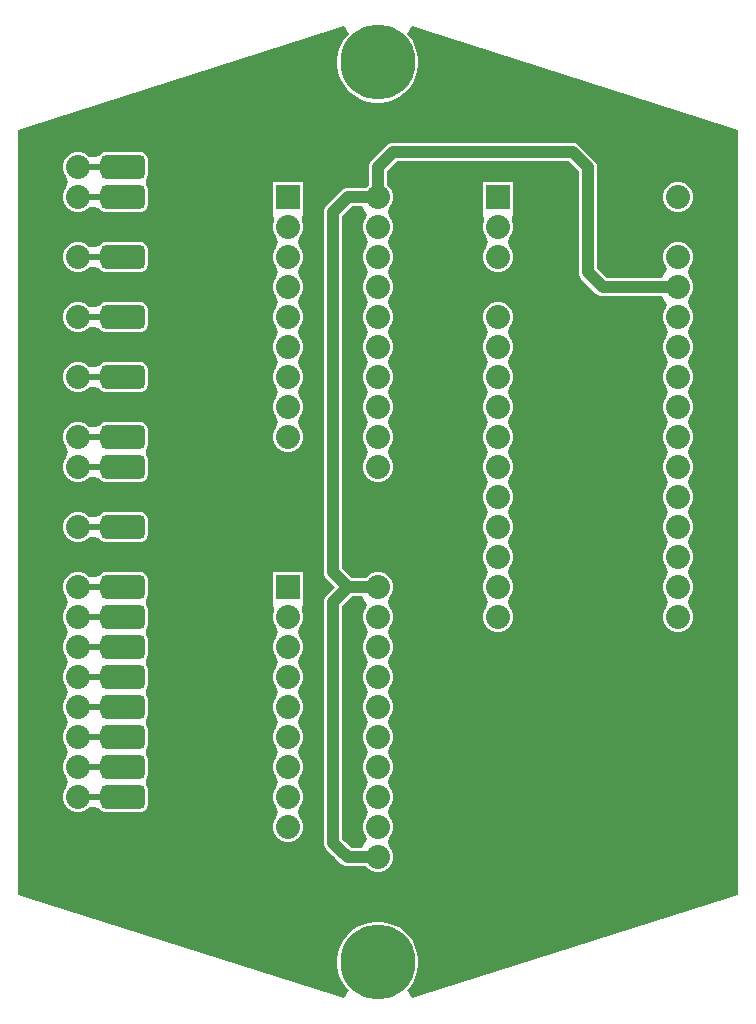
<source format=gbl>
G04*
G04 #@! TF.GenerationSoftware,Altium Limited,Altium Designer,22.4.2 (48)*
G04*
G04 Layer_Physical_Order=2*
G04 Layer_Color=16711680*
%FSLAX25Y25*%
%MOIN*%
G70*
G04*
G04 #@! TF.SameCoordinates,FA252268-3CD0-4EC3-B91A-E4F5567C5AF4*
G04*
G04*
G04 #@! TF.FilePolarity,Positive*
G04*
G01*
G75*
G04:AMPARAMS|DCode=15|XSize=150mil|YSize=80mil|CornerRadius=20mil|HoleSize=0mil|Usage=FLASHONLY|Rotation=0.000|XOffset=0mil|YOffset=0mil|HoleType=Round|Shape=RoundedRectangle|*
%AMROUNDEDRECTD15*
21,1,0.15000,0.04000,0,0,0.0*
21,1,0.11000,0.08000,0,0,0.0*
1,1,0.04000,0.05500,-0.02000*
1,1,0.04000,-0.05500,-0.02000*
1,1,0.04000,-0.05500,0.02000*
1,1,0.04000,0.05500,0.02000*
%
%ADD15ROUNDEDRECTD15*%
%ADD16C,0.02000*%
%ADD17C,0.08000*%
%ADD18C,0.25000*%
%ADD19R,0.08000X0.08000*%
%ADD20C,0.04400*%
%ADD21C,0.03000*%
%ADD22C,0.04000*%
G36*
X119957Y277464D02*
X119957Y22536D01*
X11240Y-12094D01*
X9635Y-9457D01*
X10297Y-8795D01*
X11546Y-7075D01*
X12511Y-5182D01*
X13168Y-3161D01*
X13500Y-1063D01*
Y1063D01*
X13168Y3161D01*
X12511Y5182D01*
X11546Y7075D01*
X10297Y8795D01*
X8795Y10297D01*
X7075Y11546D01*
X5182Y12511D01*
X3161Y13168D01*
X1063Y13500D01*
X-1063D01*
X-3161Y13168D01*
X-5182Y12511D01*
X-7075Y11546D01*
X-8795Y10297D01*
X-10297Y8795D01*
X-11546Y7075D01*
X-12511Y5182D01*
X-13168Y3161D01*
X-13500Y1063D01*
Y-1063D01*
X-13168Y-3161D01*
X-12511Y-5182D01*
X-11546Y-7075D01*
X-10297Y-8795D01*
X-9635Y-9457D01*
X-11240Y-12094D01*
X-119957Y22536D01*
Y277464D01*
X-11240Y312094D01*
X-9635Y309457D01*
X-10297Y308795D01*
X-11546Y307076D01*
X-12511Y305182D01*
X-13168Y303161D01*
X-13500Y301062D01*
Y298938D01*
X-13168Y296839D01*
X-12511Y294818D01*
X-11546Y292924D01*
X-10297Y291205D01*
X-8795Y289703D01*
X-7075Y288454D01*
X-5182Y287489D01*
X-3161Y286832D01*
X-1063Y286500D01*
X1063D01*
X3161Y286832D01*
X5182Y287489D01*
X7075Y288454D01*
X8795Y289703D01*
X10297Y291205D01*
X11546Y292924D01*
X12511Y294818D01*
X13168Y296839D01*
X13500Y298938D01*
Y301062D01*
X13168Y303161D01*
X12511Y305182D01*
X11546Y307076D01*
X10297Y308795D01*
X9635Y309457D01*
X11240Y312094D01*
X119957Y277464D01*
D02*
G37*
%LPC*%
G36*
X-79500Y270026D02*
X-90500D01*
X-91283Y269923D01*
X-92013Y269620D01*
X-92640Y269140D01*
X-92932Y268758D01*
X-94767Y268347D01*
X-95900Y268282D01*
X-96290Y268361D01*
X-96930Y269001D01*
X-98070Y269659D01*
X-99342Y270000D01*
X-100658D01*
X-101930Y269659D01*
X-103070Y269001D01*
X-104001Y268070D01*
X-104659Y266930D01*
X-105000Y265658D01*
Y264342D01*
X-104659Y263070D01*
X-104001Y261930D01*
X-103999Y261929D01*
X-103387Y260000D01*
X-103999Y258071D01*
X-104001Y258070D01*
X-104659Y256930D01*
X-105000Y255658D01*
Y254342D01*
X-104659Y253070D01*
X-104001Y251930D01*
X-103070Y250999D01*
X-101930Y250341D01*
X-100658Y250000D01*
X-99342D01*
X-98070Y250341D01*
X-96930Y250999D01*
X-96290Y251639D01*
X-95900Y251718D01*
X-94767Y251654D01*
X-92932Y251242D01*
X-92640Y250860D01*
X-92013Y250379D01*
X-91283Y250077D01*
X-90500Y249974D01*
X-79500D01*
X-78717Y250077D01*
X-77987Y250379D01*
X-77360Y250860D01*
X-76880Y251487D01*
X-76577Y252217D01*
X-76474Y253000D01*
Y257000D01*
X-76577Y257783D01*
X-76880Y258513D01*
X-77360Y259323D01*
Y260677D01*
X-76880Y261487D01*
X-76577Y262217D01*
X-76474Y263000D01*
Y267000D01*
X-76577Y267783D01*
X-76880Y268513D01*
X-77360Y269140D01*
X-77987Y269620D01*
X-78717Y269923D01*
X-79500Y270026D01*
D02*
G37*
G36*
X45000Y260000D02*
X35000D01*
Y250000D01*
X35000D01*
X35381Y247000D01*
X35341Y246930D01*
X35000Y245658D01*
Y244342D01*
X35341Y243070D01*
X35999Y241930D01*
X36000Y241929D01*
X36613Y240000D01*
X36000Y238071D01*
X35999Y238070D01*
X35341Y236930D01*
X35000Y235658D01*
Y234342D01*
X35341Y233070D01*
X35999Y231930D01*
X36930Y230999D01*
X38070Y230341D01*
X39342Y230000D01*
X40658D01*
X41930Y230341D01*
X43070Y230999D01*
X44001Y231930D01*
X44659Y233070D01*
X45000Y234342D01*
Y235658D01*
X44659Y236930D01*
X44001Y238070D01*
X43999Y238071D01*
X43387Y240000D01*
X43999Y241929D01*
X44001Y241930D01*
X44659Y243070D01*
X45000Y244342D01*
Y245658D01*
X44659Y246930D01*
X44619Y247000D01*
X45000Y250000D01*
X45000Y250000D01*
Y260000D01*
D02*
G37*
G36*
X-25000D02*
X-35000D01*
Y250000D01*
X-35000D01*
X-34619Y247000D01*
X-34659Y246930D01*
X-35000Y245658D01*
Y244342D01*
X-34659Y243070D01*
X-34001Y241930D01*
X-33999Y241929D01*
X-33387Y240000D01*
X-33999Y238071D01*
X-34001Y238070D01*
X-34659Y236930D01*
X-35000Y235658D01*
Y234342D01*
X-34659Y233070D01*
X-34001Y231930D01*
X-33999Y231928D01*
X-33387Y230000D01*
X-33999Y228071D01*
X-34001Y228070D01*
X-34659Y226930D01*
X-35000Y225658D01*
Y224342D01*
X-34659Y223070D01*
X-34001Y221930D01*
X-33999Y221929D01*
X-33387Y220000D01*
X-33999Y218072D01*
X-34001Y218070D01*
X-34659Y216930D01*
X-35000Y215658D01*
Y214342D01*
X-34659Y213070D01*
X-34001Y211930D01*
X-33999Y211929D01*
X-33387Y210000D01*
X-33999Y208071D01*
X-34001Y208070D01*
X-34659Y206930D01*
X-35000Y205658D01*
Y204342D01*
X-34659Y203070D01*
X-34001Y201930D01*
X-33999Y201928D01*
X-33387Y200000D01*
X-33999Y198072D01*
X-34001Y198070D01*
X-34659Y196930D01*
X-35000Y195658D01*
Y194342D01*
X-34659Y193070D01*
X-34001Y191930D01*
X-33999Y191929D01*
X-33387Y190000D01*
X-33999Y188072D01*
X-34001Y188070D01*
X-34659Y186930D01*
X-35000Y185658D01*
Y184342D01*
X-34659Y183070D01*
X-34001Y181930D01*
X-33999Y181929D01*
X-33387Y180000D01*
X-33999Y178071D01*
X-34001Y178070D01*
X-34659Y176930D01*
X-35000Y175658D01*
Y174342D01*
X-34659Y173070D01*
X-34001Y171930D01*
X-33070Y170999D01*
X-31930Y170341D01*
X-30658Y170000D01*
X-29342D01*
X-28070Y170341D01*
X-26930Y170999D01*
X-25999Y171930D01*
X-25341Y173070D01*
X-25000Y174342D01*
Y175658D01*
X-25341Y176930D01*
X-25999Y178070D01*
X-26000Y178071D01*
X-26613Y180000D01*
X-26000Y181929D01*
X-25999Y181930D01*
X-25341Y183070D01*
X-25000Y184342D01*
Y185658D01*
X-25341Y186930D01*
X-25999Y188070D01*
X-26000Y188072D01*
X-26613Y190000D01*
X-26000Y191929D01*
X-25999Y191930D01*
X-25341Y193070D01*
X-25000Y194342D01*
Y195658D01*
X-25341Y196930D01*
X-25999Y198070D01*
X-26000Y198072D01*
X-26613Y200000D01*
X-26000Y201928D01*
X-25999Y201930D01*
X-25341Y203070D01*
X-25000Y204342D01*
Y205658D01*
X-25341Y206930D01*
X-25999Y208070D01*
X-26000Y208071D01*
X-26613Y210000D01*
X-26000Y211929D01*
X-25999Y211930D01*
X-25341Y213070D01*
X-25000Y214342D01*
Y215658D01*
X-25341Y216930D01*
X-25999Y218070D01*
X-26000Y218072D01*
X-26613Y220000D01*
X-26000Y221929D01*
X-25999Y221930D01*
X-25341Y223070D01*
X-25000Y224342D01*
Y225658D01*
X-25341Y226930D01*
X-25999Y228070D01*
X-26000Y228071D01*
X-26613Y230000D01*
X-26000Y231928D01*
X-25999Y231930D01*
X-25341Y233070D01*
X-25000Y234342D01*
Y235658D01*
X-25341Y236930D01*
X-25999Y238070D01*
X-26000Y238071D01*
X-26613Y240000D01*
X-26000Y241929D01*
X-25999Y241930D01*
X-25341Y243070D01*
X-25000Y244342D01*
Y245658D01*
X-25341Y246930D01*
X-25381Y247000D01*
X-25000Y250000D01*
X-25000Y250000D01*
Y260000D01*
D02*
G37*
G36*
X100658D02*
X99342D01*
X98070Y259659D01*
X96930Y259001D01*
X95999Y258070D01*
X95341Y256930D01*
X95000Y255658D01*
Y254342D01*
X95341Y253070D01*
X95999Y251930D01*
X96930Y250999D01*
X98070Y250341D01*
X99342Y250000D01*
X100658D01*
X101930Y250341D01*
X103070Y250999D01*
X104001Y251930D01*
X104659Y253070D01*
X105000Y254342D01*
Y255658D01*
X104659Y256930D01*
X104001Y258070D01*
X103070Y259001D01*
X101930Y259659D01*
X100658Y260000D01*
D02*
G37*
G36*
X-79500Y240026D02*
X-90500D01*
X-91283Y239923D01*
X-92013Y239620D01*
X-92640Y239140D01*
X-92932Y238758D01*
X-94767Y238347D01*
X-95900Y238282D01*
X-96290Y238361D01*
X-96930Y239001D01*
X-98070Y239659D01*
X-99342Y240000D01*
X-100658D01*
X-101930Y239659D01*
X-103070Y239001D01*
X-104001Y238070D01*
X-104659Y236930D01*
X-105000Y235658D01*
Y234342D01*
X-104659Y233070D01*
X-104001Y231930D01*
X-103070Y230999D01*
X-101930Y230341D01*
X-100658Y230000D01*
X-99342D01*
X-98070Y230341D01*
X-96930Y230999D01*
X-96290Y231639D01*
X-95900Y231718D01*
X-94767Y231653D01*
X-92932Y231242D01*
X-92640Y230860D01*
X-92013Y230380D01*
X-91283Y230077D01*
X-90500Y229974D01*
X-79500D01*
X-78717Y230077D01*
X-77987Y230380D01*
X-77360Y230860D01*
X-76880Y231487D01*
X-76577Y232217D01*
X-76474Y233000D01*
Y237000D01*
X-76577Y237783D01*
X-76880Y238513D01*
X-77360Y239140D01*
X-77987Y239620D01*
X-78717Y239923D01*
X-79500Y240026D01*
D02*
G37*
G36*
Y220026D02*
X-90500D01*
X-91283Y219923D01*
X-92013Y219620D01*
X-92640Y219140D01*
X-92932Y218758D01*
X-94767Y218347D01*
X-95900Y218282D01*
X-96290Y218361D01*
X-96930Y219001D01*
X-98070Y219659D01*
X-99342Y220000D01*
X-100658D01*
X-101930Y219659D01*
X-103070Y219001D01*
X-104001Y218070D01*
X-104659Y216930D01*
X-105000Y215658D01*
Y214342D01*
X-104659Y213070D01*
X-104001Y211930D01*
X-103070Y210999D01*
X-101930Y210341D01*
X-100658Y210000D01*
X-99342D01*
X-98070Y210341D01*
X-96930Y210999D01*
X-96290Y211639D01*
X-95900Y211718D01*
X-94767Y211653D01*
X-92932Y211242D01*
X-92640Y210860D01*
X-92013Y210380D01*
X-91283Y210077D01*
X-90500Y209974D01*
X-79500D01*
X-78717Y210077D01*
X-77987Y210380D01*
X-77360Y210860D01*
X-76880Y211487D01*
X-76577Y212217D01*
X-76474Y213000D01*
Y217000D01*
X-76577Y217783D01*
X-76880Y218513D01*
X-77360Y219140D01*
X-77987Y219620D01*
X-78717Y219923D01*
X-79500Y220026D01*
D02*
G37*
G36*
Y200026D02*
X-90500D01*
X-91283Y199923D01*
X-92013Y199620D01*
X-92640Y199140D01*
X-92932Y198758D01*
X-94767Y198346D01*
X-95900Y198282D01*
X-96290Y198361D01*
X-96930Y199001D01*
X-98070Y199659D01*
X-99342Y200000D01*
X-100658D01*
X-101930Y199659D01*
X-103070Y199001D01*
X-104001Y198070D01*
X-104659Y196930D01*
X-105000Y195658D01*
Y194342D01*
X-104659Y193070D01*
X-104001Y191930D01*
X-103070Y190999D01*
X-101930Y190341D01*
X-100658Y190000D01*
X-99342D01*
X-98070Y190341D01*
X-96930Y190999D01*
X-96290Y191639D01*
X-95900Y191718D01*
X-94767Y191654D01*
X-92932Y191242D01*
X-92640Y190860D01*
X-92013Y190380D01*
X-91283Y190077D01*
X-90500Y189974D01*
X-79500D01*
X-78717Y190077D01*
X-77987Y190380D01*
X-77360Y190860D01*
X-76880Y191487D01*
X-76577Y192217D01*
X-76474Y193000D01*
Y197000D01*
X-76577Y197783D01*
X-76880Y198513D01*
X-77360Y199140D01*
X-77987Y199620D01*
X-78717Y199923D01*
X-79500Y200026D01*
D02*
G37*
G36*
Y180026D02*
X-90500D01*
X-91283Y179923D01*
X-92013Y179621D01*
X-92640Y179140D01*
X-92932Y178758D01*
X-94767Y178347D01*
X-95900Y178282D01*
X-96290Y178361D01*
X-96930Y179001D01*
X-98070Y179659D01*
X-99342Y180000D01*
X-100658D01*
X-101930Y179659D01*
X-103070Y179001D01*
X-104001Y178070D01*
X-104659Y176930D01*
X-105000Y175658D01*
Y174342D01*
X-104659Y173070D01*
X-104001Y171930D01*
X-103999Y171929D01*
X-103387Y170000D01*
X-103999Y168071D01*
X-104001Y168070D01*
X-104659Y166930D01*
X-105000Y165658D01*
Y164342D01*
X-104659Y163070D01*
X-104001Y161930D01*
X-103070Y160999D01*
X-101930Y160341D01*
X-100658Y160000D01*
X-99342D01*
X-98070Y160341D01*
X-96930Y160999D01*
X-96290Y161639D01*
X-95900Y161718D01*
X-94767Y161653D01*
X-92932Y161242D01*
X-92640Y160860D01*
X-92013Y160380D01*
X-91283Y160077D01*
X-90500Y159974D01*
X-79500D01*
X-78717Y160077D01*
X-77987Y160380D01*
X-77360Y160860D01*
X-76880Y161487D01*
X-76577Y162217D01*
X-76474Y163000D01*
Y167000D01*
X-76577Y167783D01*
X-76880Y168513D01*
X-77360Y169323D01*
Y170677D01*
X-76880Y171487D01*
X-76577Y172217D01*
X-76474Y173000D01*
Y177000D01*
X-76577Y177783D01*
X-76880Y178513D01*
X-77360Y179140D01*
X-77987Y179621D01*
X-78717Y179923D01*
X-79500Y180026D01*
D02*
G37*
G36*
Y150026D02*
X-90500D01*
X-91283Y149923D01*
X-92013Y149620D01*
X-92640Y149140D01*
X-92932Y148758D01*
X-94767Y148346D01*
X-95900Y148282D01*
X-96290Y148361D01*
X-96930Y149001D01*
X-98070Y149659D01*
X-99342Y150000D01*
X-100658D01*
X-101930Y149659D01*
X-103070Y149001D01*
X-104001Y148070D01*
X-104659Y146930D01*
X-105000Y145658D01*
Y144342D01*
X-104659Y143070D01*
X-104001Y141930D01*
X-103070Y140999D01*
X-101930Y140341D01*
X-100658Y140000D01*
X-99342D01*
X-98070Y140341D01*
X-96930Y140999D01*
X-96290Y141639D01*
X-95900Y141718D01*
X-94767Y141654D01*
X-92932Y141242D01*
X-92640Y140860D01*
X-92013Y140380D01*
X-91283Y140077D01*
X-90500Y139974D01*
X-79500D01*
X-78717Y140077D01*
X-77987Y140380D01*
X-77360Y140860D01*
X-76880Y141487D01*
X-76577Y142217D01*
X-76474Y143000D01*
Y147000D01*
X-76577Y147783D01*
X-76880Y148513D01*
X-77360Y149140D01*
X-77987Y149620D01*
X-78717Y149923D01*
X-79500Y150026D01*
D02*
G37*
G36*
Y130026D02*
X-90500D01*
X-91283Y129923D01*
X-92013Y129621D01*
X-92640Y129140D01*
X-92932Y128758D01*
X-94767Y128347D01*
X-95900Y128282D01*
X-96290Y128361D01*
X-96930Y129001D01*
X-98070Y129659D01*
X-99342Y130000D01*
X-100658D01*
X-101930Y129659D01*
X-103070Y129001D01*
X-104001Y128070D01*
X-104659Y126930D01*
X-105000Y125658D01*
Y124342D01*
X-104659Y123070D01*
X-104001Y121930D01*
X-103999Y121929D01*
X-103387Y120000D01*
X-103999Y118071D01*
X-104001Y118070D01*
X-104659Y116930D01*
X-105000Y115658D01*
Y114342D01*
X-104659Y113070D01*
X-104001Y111930D01*
X-103999Y111928D01*
X-103387Y110000D01*
X-103999Y108071D01*
X-104001Y108070D01*
X-104659Y106930D01*
X-105000Y105658D01*
Y104342D01*
X-104659Y103070D01*
X-104001Y101930D01*
X-103999Y101928D01*
X-103387Y100000D01*
X-103999Y98071D01*
X-104001Y98070D01*
X-104659Y96930D01*
X-105000Y95658D01*
Y94342D01*
X-104659Y93070D01*
X-104001Y91930D01*
X-103999Y91928D01*
X-103387Y90000D01*
X-103999Y88072D01*
X-104001Y88070D01*
X-104659Y86930D01*
X-105000Y85658D01*
Y84342D01*
X-104659Y83070D01*
X-104001Y81930D01*
X-103999Y81928D01*
X-103387Y80000D01*
X-103999Y78071D01*
X-104001Y78070D01*
X-104659Y76930D01*
X-105000Y75658D01*
Y74342D01*
X-104659Y73070D01*
X-104001Y71930D01*
X-103999Y71929D01*
X-103387Y70000D01*
X-103999Y68072D01*
X-104001Y68070D01*
X-104659Y66930D01*
X-105000Y65658D01*
Y64342D01*
X-104659Y63070D01*
X-104001Y61930D01*
X-103999Y61928D01*
X-103387Y60000D01*
X-103999Y58072D01*
X-104001Y58070D01*
X-104659Y56930D01*
X-105000Y55658D01*
Y54342D01*
X-104659Y53070D01*
X-104001Y51930D01*
X-103070Y50999D01*
X-101930Y50341D01*
X-100658Y50000D01*
X-99342D01*
X-98070Y50341D01*
X-96930Y50999D01*
X-96290Y51639D01*
X-95900Y51718D01*
X-94767Y51653D01*
X-92932Y51242D01*
X-92640Y50860D01*
X-92013Y50380D01*
X-91283Y50077D01*
X-90500Y49974D01*
X-79500D01*
X-78717Y50077D01*
X-77987Y50380D01*
X-77360Y50860D01*
X-76880Y51487D01*
X-76577Y52217D01*
X-76474Y53000D01*
Y57000D01*
X-76577Y57783D01*
X-76880Y58513D01*
X-77360Y59323D01*
Y60677D01*
X-76880Y61487D01*
X-76577Y62217D01*
X-76474Y63000D01*
Y67000D01*
X-76577Y67783D01*
X-76880Y68513D01*
X-77360Y69323D01*
Y70677D01*
X-76880Y71487D01*
X-76577Y72217D01*
X-76474Y73000D01*
Y77000D01*
X-76577Y77783D01*
X-76880Y78513D01*
X-77360Y79323D01*
Y80677D01*
X-76880Y81487D01*
X-76577Y82217D01*
X-76474Y83000D01*
Y87000D01*
X-76577Y87783D01*
X-76880Y88513D01*
X-77360Y89323D01*
Y90677D01*
X-76880Y91487D01*
X-76577Y92217D01*
X-76474Y93000D01*
Y97000D01*
X-76577Y97783D01*
X-76880Y98513D01*
X-77360Y99323D01*
Y100677D01*
X-76880Y101487D01*
X-76577Y102217D01*
X-76474Y103000D01*
Y107000D01*
X-76577Y107783D01*
X-76880Y108513D01*
X-77360Y109323D01*
Y110677D01*
X-76880Y111487D01*
X-76577Y112217D01*
X-76474Y113000D01*
Y117000D01*
X-76577Y117783D01*
X-76880Y118513D01*
X-77360Y119323D01*
Y120677D01*
X-76880Y121487D01*
X-76577Y122217D01*
X-76474Y123000D01*
Y127000D01*
X-76577Y127783D01*
X-76880Y128513D01*
X-77360Y129140D01*
X-77987Y129621D01*
X-78717Y129923D01*
X-79500Y130026D01*
D02*
G37*
G36*
X-25000Y130000D02*
X-35000D01*
Y120000D01*
X-35000D01*
X-34619Y117000D01*
X-34659Y116930D01*
X-35000Y115658D01*
Y114342D01*
X-34659Y113070D01*
X-34001Y111930D01*
X-33999Y111928D01*
X-33387Y110000D01*
X-33999Y108071D01*
X-34001Y108070D01*
X-34659Y106930D01*
X-35000Y105658D01*
Y104342D01*
X-34659Y103070D01*
X-34001Y101930D01*
X-33999Y101928D01*
X-33387Y100000D01*
X-33999Y98071D01*
X-34001Y98070D01*
X-34659Y96930D01*
X-35000Y95658D01*
Y94342D01*
X-34659Y93070D01*
X-34001Y91930D01*
X-33999Y91928D01*
X-33387Y90000D01*
X-33999Y88072D01*
X-34001Y88070D01*
X-34659Y86930D01*
X-35000Y85658D01*
Y84342D01*
X-34659Y83070D01*
X-34001Y81930D01*
X-33999Y81928D01*
X-33387Y80000D01*
X-33999Y78071D01*
X-34001Y78070D01*
X-34659Y76930D01*
X-35000Y75658D01*
Y74342D01*
X-34659Y73070D01*
X-34001Y71930D01*
X-33999Y71929D01*
X-33387Y70000D01*
X-33999Y68072D01*
X-34001Y68070D01*
X-34659Y66930D01*
X-35000Y65658D01*
Y64342D01*
X-34659Y63070D01*
X-34001Y61930D01*
X-33999Y61928D01*
X-33387Y60000D01*
X-33999Y58072D01*
X-34001Y58070D01*
X-34659Y56930D01*
X-35000Y55658D01*
Y54342D01*
X-34659Y53070D01*
X-34001Y51930D01*
X-33999Y51929D01*
X-33387Y50000D01*
X-33999Y48072D01*
X-34001Y48070D01*
X-34659Y46930D01*
X-35000Y45658D01*
Y44342D01*
X-34659Y43070D01*
X-34001Y41930D01*
X-33070Y40999D01*
X-31930Y40341D01*
X-30658Y40000D01*
X-29342D01*
X-28070Y40341D01*
X-26930Y40999D01*
X-25999Y41930D01*
X-25341Y43070D01*
X-25000Y44342D01*
Y45658D01*
X-25341Y46930D01*
X-25999Y48070D01*
X-26000Y48072D01*
X-26613Y50000D01*
X-26000Y51929D01*
X-25999Y51930D01*
X-25341Y53070D01*
X-25000Y54342D01*
Y55658D01*
X-25341Y56930D01*
X-25999Y58070D01*
X-26000Y58072D01*
X-26613Y60000D01*
X-26000Y61928D01*
X-25999Y61930D01*
X-25341Y63070D01*
X-25000Y64342D01*
Y65658D01*
X-25341Y66930D01*
X-25999Y68070D01*
X-26000Y68072D01*
X-26613Y70000D01*
X-26000Y71929D01*
X-25999Y71930D01*
X-25341Y73070D01*
X-25000Y74342D01*
Y75658D01*
X-25341Y76930D01*
X-25999Y78070D01*
X-26000Y78071D01*
X-26613Y80000D01*
X-26000Y81928D01*
X-25999Y81930D01*
X-25341Y83070D01*
X-25000Y84342D01*
Y85658D01*
X-25341Y86930D01*
X-25999Y88070D01*
X-26000Y88072D01*
X-26613Y90000D01*
X-26000Y91928D01*
X-25999Y91930D01*
X-25341Y93070D01*
X-25000Y94342D01*
Y95658D01*
X-25341Y96930D01*
X-25999Y98070D01*
X-26000Y98071D01*
X-26613Y100000D01*
X-26000Y101928D01*
X-25999Y101930D01*
X-25341Y103070D01*
X-25000Y104342D01*
Y105658D01*
X-25341Y106930D01*
X-25999Y108070D01*
X-26000Y108071D01*
X-26613Y110000D01*
X-26000Y111928D01*
X-25999Y111930D01*
X-25341Y113070D01*
X-25000Y114342D01*
Y115658D01*
X-25341Y116930D01*
X-25381Y117000D01*
X-25000Y120000D01*
X-25000Y120000D01*
Y130000D01*
D02*
G37*
G36*
X5000Y273026D02*
X4217Y272923D01*
X3487Y272621D01*
X2860Y272140D01*
X-2140Y267140D01*
X-2620Y266513D01*
X-2923Y265783D01*
X-3026Y265000D01*
Y259027D01*
X-3070Y259001D01*
X-4001Y258070D01*
X-4027Y258026D01*
X-10000D01*
X-10000Y258026D01*
X-10783Y257923D01*
X-11513Y257621D01*
X-12140Y257140D01*
X-17140Y252140D01*
X-17620Y251513D01*
X-17923Y250783D01*
X-18026Y250000D01*
Y130000D01*
X-17923Y129217D01*
X-17620Y128487D01*
X-17140Y127860D01*
X-14279Y125000D01*
X-17140Y122140D01*
X-17620Y121513D01*
X-17923Y120783D01*
X-18026Y120000D01*
Y39843D01*
X-17923Y39060D01*
X-17620Y38330D01*
X-17140Y37703D01*
X-14796Y35360D01*
X-14796Y35360D01*
X-14170Y34879D01*
X-14151Y34872D01*
X-12140Y32860D01*
X-12140Y32860D01*
X-11513Y32379D01*
X-10783Y32077D01*
X-10000Y31974D01*
X-4027D01*
X-4001Y31930D01*
X-3070Y30999D01*
X-1930Y30341D01*
X-658Y30000D01*
X658D01*
X1930Y30341D01*
X3070Y30999D01*
X4001Y31930D01*
X4659Y33070D01*
X5000Y34342D01*
Y35658D01*
X4659Y36930D01*
X4001Y38070D01*
X3999Y38072D01*
X3387Y40000D01*
X3999Y41928D01*
X4001Y41930D01*
X4659Y43070D01*
X5000Y44342D01*
Y45658D01*
X4659Y46930D01*
X4001Y48070D01*
X3999Y48072D01*
X3387Y50000D01*
X3999Y51929D01*
X4001Y51930D01*
X4659Y53070D01*
X5000Y54342D01*
Y55658D01*
X4659Y56930D01*
X4001Y58070D01*
X3999Y58072D01*
X3387Y60000D01*
X3999Y61928D01*
X4001Y61930D01*
X4659Y63070D01*
X5000Y64342D01*
Y65658D01*
X4659Y66930D01*
X4001Y68070D01*
X3999Y68072D01*
X3387Y70000D01*
X3999Y71929D01*
X4001Y71930D01*
X4659Y73070D01*
X5000Y74342D01*
Y75658D01*
X4659Y76930D01*
X4001Y78070D01*
X3999Y78071D01*
X3387Y80000D01*
X3999Y81928D01*
X4001Y81930D01*
X4659Y83070D01*
X5000Y84342D01*
Y85658D01*
X4659Y86930D01*
X4001Y88070D01*
X3999Y88072D01*
X3387Y90000D01*
X3999Y91928D01*
X4001Y91930D01*
X4659Y93070D01*
X5000Y94342D01*
Y95658D01*
X4659Y96930D01*
X4001Y98070D01*
X3999Y98071D01*
X3387Y100000D01*
X3999Y101928D01*
X4001Y101930D01*
X4659Y103070D01*
X5000Y104342D01*
Y105658D01*
X4659Y106930D01*
X4001Y108070D01*
X3999Y108071D01*
X3387Y110000D01*
X3999Y111928D01*
X4001Y111930D01*
X4659Y113070D01*
X5000Y114342D01*
Y115658D01*
X4659Y116930D01*
X4001Y118070D01*
X3999Y118071D01*
X3387Y120000D01*
X3999Y121929D01*
X4001Y121930D01*
X4659Y123070D01*
X5000Y124342D01*
Y125658D01*
X4659Y126930D01*
X4001Y128070D01*
X3070Y129001D01*
X1930Y129659D01*
X658Y130000D01*
X-658D01*
X-1930Y129659D01*
X-3070Y129001D01*
X-4001Y128070D01*
X-4027Y128026D01*
X-8747D01*
X-11974Y131253D01*
Y248747D01*
X-8747Y251974D01*
X-5348D01*
X-3666Y249124D01*
X-3999Y248072D01*
X-4001Y248070D01*
X-4659Y246930D01*
X-5000Y245658D01*
Y244342D01*
X-4659Y243070D01*
X-4001Y241930D01*
X-3999Y241929D01*
X-3387Y240000D01*
X-3999Y238071D01*
X-4001Y238070D01*
X-4659Y236930D01*
X-5000Y235658D01*
Y234342D01*
X-4659Y233070D01*
X-4001Y231930D01*
X-3999Y231928D01*
X-3387Y230000D01*
X-3999Y228071D01*
X-4001Y228070D01*
X-4659Y226930D01*
X-5000Y225658D01*
Y224342D01*
X-4659Y223070D01*
X-4001Y221930D01*
X-3999Y221929D01*
X-3387Y220000D01*
X-3999Y218072D01*
X-4001Y218070D01*
X-4659Y216930D01*
X-5000Y215658D01*
Y214342D01*
X-4659Y213070D01*
X-4001Y211930D01*
X-3999Y211929D01*
X-3387Y210000D01*
X-3999Y208071D01*
X-4001Y208070D01*
X-4659Y206930D01*
X-5000Y205658D01*
Y204342D01*
X-4659Y203070D01*
X-4001Y201930D01*
X-3999Y201928D01*
X-3387Y200000D01*
X-3999Y198072D01*
X-4001Y198070D01*
X-4659Y196930D01*
X-5000Y195658D01*
Y194342D01*
X-4659Y193070D01*
X-4001Y191930D01*
X-3999Y191929D01*
X-3387Y190000D01*
X-3999Y188072D01*
X-4001Y188070D01*
X-4659Y186930D01*
X-5000Y185658D01*
Y184342D01*
X-4659Y183070D01*
X-4001Y181930D01*
X-3999Y181929D01*
X-3387Y180000D01*
X-3999Y178071D01*
X-4001Y178070D01*
X-4659Y176930D01*
X-5000Y175658D01*
Y174342D01*
X-4659Y173070D01*
X-4001Y171930D01*
X-3999Y171929D01*
X-3387Y170000D01*
X-3999Y168071D01*
X-4001Y168070D01*
X-4659Y166930D01*
X-5000Y165658D01*
Y164342D01*
X-4659Y163070D01*
X-4001Y161930D01*
X-3070Y160999D01*
X-1930Y160341D01*
X-658Y160000D01*
X658D01*
X1930Y160341D01*
X3070Y160999D01*
X4001Y161930D01*
X4659Y163070D01*
X5000Y164342D01*
Y165658D01*
X4659Y166930D01*
X4001Y168070D01*
X3999Y168071D01*
X3387Y170000D01*
X3999Y171929D01*
X4001Y171930D01*
X4659Y173070D01*
X5000Y174342D01*
Y175658D01*
X4659Y176930D01*
X4001Y178070D01*
X3999Y178071D01*
X3387Y180000D01*
X3999Y181929D01*
X4001Y181930D01*
X4659Y183070D01*
X5000Y184342D01*
Y185658D01*
X4659Y186930D01*
X4001Y188070D01*
X3999Y188072D01*
X3387Y190000D01*
X3999Y191929D01*
X4001Y191930D01*
X4659Y193070D01*
X5000Y194342D01*
Y195658D01*
X4659Y196930D01*
X4001Y198070D01*
X3999Y198072D01*
X3387Y200000D01*
X3999Y201928D01*
X4001Y201930D01*
X4659Y203070D01*
X5000Y204342D01*
Y205658D01*
X4659Y206930D01*
X4001Y208070D01*
X3999Y208071D01*
X3387Y210000D01*
X3999Y211929D01*
X4001Y211930D01*
X4659Y213070D01*
X5000Y214342D01*
Y215658D01*
X4659Y216930D01*
X4001Y218070D01*
X3999Y218072D01*
X3387Y220000D01*
X3999Y221929D01*
X4001Y221930D01*
X4659Y223070D01*
X5000Y224342D01*
Y225658D01*
X4659Y226930D01*
X4001Y228070D01*
X3999Y228071D01*
X3387Y230000D01*
X3999Y231928D01*
X4001Y231930D01*
X4659Y233070D01*
X5000Y234342D01*
Y235658D01*
X4659Y236930D01*
X4001Y238070D01*
X3999Y238071D01*
X3387Y240000D01*
X3999Y241929D01*
X4001Y241930D01*
X4659Y243070D01*
X5000Y244342D01*
Y245658D01*
X4659Y246930D01*
X4001Y248070D01*
X3999Y248072D01*
X3387Y250000D01*
X3999Y251928D01*
X4001Y251930D01*
X4659Y253070D01*
X5000Y254342D01*
Y255658D01*
X4659Y256930D01*
X4001Y258070D01*
X3070Y259001D01*
X3026Y259027D01*
Y263747D01*
X6253Y266974D01*
X63747D01*
X66974Y263747D01*
Y230000D01*
X67077Y229217D01*
X67379Y228487D01*
X67860Y227860D01*
X72860Y222860D01*
X73487Y222379D01*
X74217Y222077D01*
X75000Y221974D01*
X75000Y221974D01*
X94652D01*
X96334Y219124D01*
X96000Y218072D01*
X95999Y218070D01*
X95341Y216930D01*
X95000Y215658D01*
Y214342D01*
X95341Y213070D01*
X95999Y211930D01*
X96000Y211929D01*
X96613Y210000D01*
X96000Y208071D01*
X95999Y208070D01*
X95341Y206930D01*
X95000Y205658D01*
Y204342D01*
X95341Y203070D01*
X95999Y201930D01*
X96000Y201928D01*
X96613Y200000D01*
X96000Y198072D01*
X95999Y198070D01*
X95341Y196930D01*
X95000Y195658D01*
Y194342D01*
X95341Y193070D01*
X95999Y191930D01*
X96000Y191929D01*
X96613Y190000D01*
X96000Y188072D01*
X95999Y188070D01*
X95341Y186930D01*
X95000Y185658D01*
Y184342D01*
X95341Y183070D01*
X95999Y181930D01*
X96000Y181929D01*
X96613Y180000D01*
X96000Y178071D01*
X95999Y178070D01*
X95341Y176930D01*
X95000Y175658D01*
Y174342D01*
X95341Y173070D01*
X95999Y171930D01*
X96000Y171929D01*
X96613Y170000D01*
X96000Y168071D01*
X95999Y168070D01*
X95341Y166930D01*
X95000Y165658D01*
Y164342D01*
X95341Y163070D01*
X95999Y161930D01*
X96000Y161928D01*
X96613Y160000D01*
X96000Y158071D01*
X95999Y158070D01*
X95341Y156930D01*
X95000Y155658D01*
Y154342D01*
X95341Y153070D01*
X95999Y151930D01*
X96000Y151928D01*
X96613Y150000D01*
X96000Y148072D01*
X95999Y148070D01*
X95341Y146930D01*
X95000Y145658D01*
Y144342D01*
X95341Y143070D01*
X95999Y141930D01*
X96000Y141929D01*
X96613Y140000D01*
X96000Y138072D01*
X95999Y138070D01*
X95341Y136930D01*
X95000Y135658D01*
Y134342D01*
X95341Y133070D01*
X95999Y131930D01*
X96000Y131929D01*
X96613Y130000D01*
X96000Y128071D01*
X95999Y128070D01*
X95341Y126930D01*
X95000Y125658D01*
Y124342D01*
X95341Y123070D01*
X95999Y121930D01*
X96000Y121929D01*
X96613Y120000D01*
X96000Y118071D01*
X95999Y118070D01*
X95341Y116930D01*
X95000Y115658D01*
Y114342D01*
X95341Y113070D01*
X95999Y111930D01*
X96930Y110999D01*
X98070Y110341D01*
X99342Y110000D01*
X100658D01*
X101930Y110341D01*
X103070Y110999D01*
X104001Y111930D01*
X104659Y113070D01*
X105000Y114342D01*
Y115658D01*
X104659Y116930D01*
X104001Y118070D01*
X103999Y118071D01*
X103387Y120000D01*
X103999Y121929D01*
X104001Y121930D01*
X104659Y123070D01*
X105000Y124342D01*
Y125658D01*
X104659Y126930D01*
X104001Y128070D01*
X103999Y128071D01*
X103387Y130000D01*
X103999Y131929D01*
X104001Y131930D01*
X104659Y133070D01*
X105000Y134342D01*
Y135658D01*
X104659Y136930D01*
X104001Y138070D01*
X103999Y138072D01*
X103387Y140000D01*
X103999Y141929D01*
X104001Y141930D01*
X104659Y143070D01*
X105000Y144342D01*
Y145658D01*
X104659Y146930D01*
X104001Y148070D01*
X103999Y148072D01*
X103387Y150000D01*
X103999Y151928D01*
X104001Y151930D01*
X104659Y153070D01*
X105000Y154342D01*
Y155658D01*
X104659Y156930D01*
X104001Y158070D01*
X103999Y158071D01*
X103387Y160000D01*
X103999Y161928D01*
X104001Y161930D01*
X104659Y163070D01*
X105000Y164342D01*
Y165658D01*
X104659Y166930D01*
X104001Y168070D01*
X103999Y168071D01*
X103387Y170000D01*
X103999Y171929D01*
X104001Y171930D01*
X104659Y173070D01*
X105000Y174342D01*
Y175658D01*
X104659Y176930D01*
X104001Y178070D01*
X103999Y178071D01*
X103387Y180000D01*
X103999Y181929D01*
X104001Y181930D01*
X104659Y183070D01*
X105000Y184342D01*
Y185658D01*
X104659Y186930D01*
X104001Y188070D01*
X103999Y188072D01*
X103387Y190000D01*
X103999Y191929D01*
X104001Y191930D01*
X104659Y193070D01*
X105000Y194342D01*
Y195658D01*
X104659Y196930D01*
X104001Y198070D01*
X103999Y198072D01*
X103387Y200000D01*
X103999Y201928D01*
X104001Y201930D01*
X104659Y203070D01*
X105000Y204342D01*
Y205658D01*
X104659Y206930D01*
X104001Y208070D01*
X103999Y208071D01*
X103387Y210000D01*
X103999Y211929D01*
X104001Y211930D01*
X104659Y213070D01*
X105000Y214342D01*
Y215658D01*
X104659Y216930D01*
X104001Y218070D01*
X103999Y218072D01*
X103387Y220000D01*
X103999Y221929D01*
X104001Y221930D01*
X104659Y223070D01*
X105000Y224342D01*
Y225658D01*
X104659Y226930D01*
X104001Y228070D01*
X103999Y228071D01*
X103387Y230000D01*
X103999Y231928D01*
X104001Y231930D01*
X104659Y233070D01*
X105000Y234342D01*
Y235658D01*
X104659Y236930D01*
X104001Y238070D01*
X103070Y239001D01*
X101930Y239659D01*
X100658Y240000D01*
X99342D01*
X98070Y239659D01*
X96930Y239001D01*
X95999Y238070D01*
X95341Y236930D01*
X95000Y235658D01*
Y234342D01*
X95341Y233070D01*
X95999Y231930D01*
X96000Y231928D01*
X96334Y230876D01*
X94652Y228026D01*
X76253D01*
X73026Y231253D01*
Y265000D01*
X73026Y265000D01*
X72923Y265783D01*
X72620Y266513D01*
X72140Y267140D01*
X67140Y272140D01*
X66513Y272621D01*
X65783Y272923D01*
X65000Y273026D01*
X5000D01*
X5000Y273026D01*
D02*
G37*
G36*
X40658Y220000D02*
X39342D01*
X38070Y219659D01*
X36930Y219001D01*
X35999Y218070D01*
X35341Y216930D01*
X35000Y215658D01*
Y214342D01*
X35341Y213070D01*
X35999Y211930D01*
X36000Y211929D01*
X36613Y210000D01*
X36000Y208071D01*
X35999Y208070D01*
X35341Y206930D01*
X35000Y205658D01*
Y204342D01*
X35341Y203070D01*
X35999Y201930D01*
X36000Y201928D01*
X36613Y200000D01*
X36000Y198072D01*
X35999Y198070D01*
X35341Y196930D01*
X35000Y195658D01*
Y194342D01*
X35341Y193070D01*
X35999Y191930D01*
X36000Y191929D01*
X36613Y190000D01*
X36000Y188072D01*
X35999Y188070D01*
X35341Y186930D01*
X35000Y185658D01*
Y184342D01*
X35341Y183070D01*
X35999Y181930D01*
X36000Y181929D01*
X36613Y180000D01*
X36000Y178071D01*
X35999Y178070D01*
X35341Y176930D01*
X35000Y175658D01*
Y174342D01*
X35341Y173070D01*
X35999Y171930D01*
X36000Y171929D01*
X36613Y170000D01*
X36000Y168071D01*
X35999Y168070D01*
X35341Y166930D01*
X35000Y165658D01*
Y164342D01*
X35341Y163070D01*
X35999Y161930D01*
X36000Y161928D01*
X36613Y160000D01*
X36000Y158071D01*
X35999Y158070D01*
X35341Y156930D01*
X35000Y155658D01*
Y154342D01*
X35341Y153070D01*
X35999Y151930D01*
X36000Y151928D01*
X36613Y150000D01*
X36000Y148072D01*
X35999Y148070D01*
X35341Y146930D01*
X35000Y145658D01*
Y144342D01*
X35341Y143070D01*
X35999Y141930D01*
X36000Y141929D01*
X36613Y140000D01*
X36000Y138072D01*
X35999Y138070D01*
X35341Y136930D01*
X35000Y135658D01*
Y134342D01*
X35341Y133070D01*
X35999Y131930D01*
X36000Y131929D01*
X36613Y130000D01*
X36000Y128071D01*
X35999Y128070D01*
X35341Y126930D01*
X35000Y125658D01*
Y124342D01*
X35341Y123070D01*
X35999Y121930D01*
X36000Y121929D01*
X36613Y120000D01*
X36000Y118071D01*
X35999Y118070D01*
X35341Y116930D01*
X35000Y115658D01*
Y114342D01*
X35341Y113070D01*
X35999Y111930D01*
X36930Y110999D01*
X38070Y110341D01*
X39342Y110000D01*
X40658D01*
X41930Y110341D01*
X43070Y110999D01*
X44001Y111930D01*
X44659Y113070D01*
X45000Y114342D01*
Y115658D01*
X44659Y116930D01*
X44001Y118070D01*
X43999Y118071D01*
X43387Y120000D01*
X43999Y121929D01*
X44001Y121930D01*
X44659Y123070D01*
X45000Y124342D01*
Y125658D01*
X44659Y126930D01*
X44001Y128070D01*
X43999Y128071D01*
X43387Y130000D01*
X43999Y131929D01*
X44001Y131930D01*
X44659Y133070D01*
X45000Y134342D01*
Y135658D01*
X44659Y136930D01*
X44001Y138070D01*
X43999Y138072D01*
X43387Y140000D01*
X43999Y141929D01*
X44001Y141930D01*
X44659Y143070D01*
X45000Y144342D01*
Y145658D01*
X44659Y146930D01*
X44001Y148070D01*
X43999Y148072D01*
X43387Y150000D01*
X43999Y151928D01*
X44001Y151930D01*
X44659Y153070D01*
X45000Y154342D01*
Y155658D01*
X44659Y156930D01*
X44001Y158070D01*
X43999Y158071D01*
X43387Y160000D01*
X43999Y161928D01*
X44001Y161930D01*
X44659Y163070D01*
X45000Y164342D01*
Y165658D01*
X44659Y166930D01*
X44001Y168070D01*
X43999Y168071D01*
X43387Y170000D01*
X43999Y171929D01*
X44001Y171930D01*
X44659Y173070D01*
X45000Y174342D01*
Y175658D01*
X44659Y176930D01*
X44001Y178070D01*
X43999Y178071D01*
X43387Y180000D01*
X43999Y181929D01*
X44001Y181930D01*
X44659Y183070D01*
X45000Y184342D01*
Y185658D01*
X44659Y186930D01*
X44001Y188070D01*
X43999Y188072D01*
X43387Y190000D01*
X43999Y191929D01*
X44001Y191930D01*
X44659Y193070D01*
X45000Y194342D01*
Y195658D01*
X44659Y196930D01*
X44001Y198070D01*
X43999Y198072D01*
X43387Y200000D01*
X43999Y201928D01*
X44001Y201930D01*
X44659Y203070D01*
X45000Y204342D01*
Y205658D01*
X44659Y206930D01*
X44001Y208070D01*
X43999Y208071D01*
X43387Y210000D01*
X43999Y211929D01*
X44001Y211930D01*
X44659Y213070D01*
X45000Y214342D01*
Y215658D01*
X44659Y216930D01*
X44001Y218070D01*
X43070Y219001D01*
X41930Y219659D01*
X40658Y220000D01*
D02*
G37*
%LPD*%
G36*
X-3666Y119124D02*
X-3999Y118071D01*
X-4001Y118070D01*
X-4659Y116930D01*
X-5000Y115658D01*
Y114342D01*
X-4659Y113070D01*
X-4001Y111930D01*
X-3999Y111928D01*
X-3387Y110000D01*
X-3999Y108071D01*
X-4001Y108070D01*
X-4659Y106930D01*
X-5000Y105658D01*
Y104342D01*
X-4659Y103070D01*
X-4001Y101930D01*
X-3999Y101928D01*
X-3387Y100000D01*
X-3999Y98071D01*
X-4001Y98070D01*
X-4659Y96930D01*
X-5000Y95658D01*
Y94342D01*
X-4659Y93070D01*
X-4001Y91930D01*
X-3999Y91928D01*
X-3387Y90000D01*
X-3999Y88072D01*
X-4001Y88070D01*
X-4659Y86930D01*
X-5000Y85658D01*
Y84342D01*
X-4659Y83070D01*
X-4001Y81930D01*
X-3999Y81928D01*
X-3387Y80000D01*
X-3999Y78071D01*
X-4001Y78070D01*
X-4659Y76930D01*
X-5000Y75658D01*
Y74342D01*
X-4659Y73070D01*
X-4001Y71930D01*
X-3999Y71929D01*
X-3387Y70000D01*
X-3999Y68072D01*
X-4001Y68070D01*
X-4659Y66930D01*
X-5000Y65658D01*
Y64342D01*
X-4659Y63070D01*
X-4001Y61930D01*
X-3999Y61928D01*
X-3387Y60000D01*
X-3999Y58072D01*
X-4001Y58070D01*
X-4659Y56930D01*
X-5000Y55658D01*
Y54342D01*
X-4659Y53070D01*
X-4001Y51930D01*
X-3999Y51929D01*
X-3387Y50000D01*
X-3999Y48072D01*
X-4001Y48070D01*
X-4659Y46930D01*
X-5000Y45658D01*
Y44342D01*
X-4659Y43070D01*
X-4001Y41930D01*
X-3999Y41928D01*
X-3666Y40876D01*
X-5348Y38026D01*
X-8747D01*
X-10360Y39640D01*
X-10987Y40121D01*
X-11006Y40128D01*
X-11974Y41096D01*
Y118747D01*
X-8747Y121974D01*
X-5348D01*
X-3666Y119124D01*
D02*
G37*
D15*
X-85000Y45000D02*
D03*
Y85000D02*
D03*
Y75000D02*
D03*
Y65000D02*
D03*
Y55000D02*
D03*
Y35000D02*
D03*
Y135000D02*
D03*
Y125000D02*
D03*
Y115000D02*
D03*
Y245000D02*
D03*
Y205000D02*
D03*
Y215000D02*
D03*
Y255000D02*
D03*
Y195000D02*
D03*
Y225000D02*
D03*
Y235000D02*
D03*
Y265000D02*
D03*
Y155000D02*
D03*
Y175000D02*
D03*
Y165000D02*
D03*
Y145000D02*
D03*
Y185000D02*
D03*
Y95000D02*
D03*
Y105000D02*
D03*
D16*
X-100000Y55000D02*
X-85000D01*
X-100000Y65000D02*
X-85000D01*
X-100000Y75000D02*
X-85000D01*
X-100000Y85000D02*
X-85000D01*
X-100000Y95000D02*
X-85000D01*
X-100000Y105000D02*
X-85000D01*
X-100000Y115000D02*
X-85000D01*
X-100000Y125000D02*
X-85000D01*
X-100000Y145000D02*
X-85000D01*
X-100000Y165000D02*
X-85000D01*
X-100000Y175000D02*
X-85000D01*
X-100000Y195000D02*
X-85000D01*
X-100000Y215000D02*
X-85000D01*
X-100000Y235000D02*
X-85000D01*
X-100000Y255000D02*
X-85000D01*
X-100000Y265000D02*
X-85000D01*
D17*
X-100000Y125000D02*
D03*
Y115000D02*
D03*
Y105000D02*
D03*
Y95000D02*
D03*
Y175000D02*
D03*
Y195000D02*
D03*
Y215000D02*
D03*
Y235000D02*
D03*
Y255000D02*
D03*
Y145000D02*
D03*
Y165000D02*
D03*
Y35000D02*
D03*
Y85000D02*
D03*
Y75000D02*
D03*
Y65000D02*
D03*
Y55000D02*
D03*
Y265000D02*
D03*
Y185000D02*
D03*
Y205000D02*
D03*
Y225000D02*
D03*
Y245000D02*
D03*
Y135000D02*
D03*
Y155000D02*
D03*
Y45000D02*
D03*
X100000Y115000D02*
D03*
Y125000D02*
D03*
Y135000D02*
D03*
Y145000D02*
D03*
Y155000D02*
D03*
Y165000D02*
D03*
Y175000D02*
D03*
Y185000D02*
D03*
Y195000D02*
D03*
Y205000D02*
D03*
Y215000D02*
D03*
Y225000D02*
D03*
Y235000D02*
D03*
Y245000D02*
D03*
Y255000D02*
D03*
X40000Y115000D02*
D03*
Y125000D02*
D03*
Y135000D02*
D03*
Y145000D02*
D03*
Y155000D02*
D03*
Y165000D02*
D03*
Y175000D02*
D03*
Y185000D02*
D03*
Y195000D02*
D03*
Y205000D02*
D03*
Y215000D02*
D03*
Y225000D02*
D03*
Y235000D02*
D03*
Y245000D02*
D03*
X0Y165000D02*
D03*
Y175000D02*
D03*
Y185000D02*
D03*
Y195000D02*
D03*
Y205000D02*
D03*
Y215000D02*
D03*
Y225000D02*
D03*
Y235000D02*
D03*
Y245000D02*
D03*
Y255000D02*
D03*
X-30000Y165000D02*
D03*
Y175000D02*
D03*
Y185000D02*
D03*
Y195000D02*
D03*
Y205000D02*
D03*
Y215000D02*
D03*
Y225000D02*
D03*
Y235000D02*
D03*
Y245000D02*
D03*
Y115000D02*
D03*
Y105000D02*
D03*
Y95000D02*
D03*
Y85000D02*
D03*
Y75000D02*
D03*
Y65000D02*
D03*
Y55000D02*
D03*
Y45000D02*
D03*
Y35000D02*
D03*
X0Y125000D02*
D03*
Y115000D02*
D03*
Y105000D02*
D03*
Y95000D02*
D03*
Y85000D02*
D03*
Y75000D02*
D03*
Y65000D02*
D03*
Y55000D02*
D03*
Y45000D02*
D03*
Y35000D02*
D03*
D18*
Y300000D02*
D03*
Y0D02*
D03*
D19*
X40000Y255000D02*
D03*
X-30000D02*
D03*
Y125000D02*
D03*
D20*
X-6682Y306682D02*
D03*
X-9450Y300000D02*
D03*
X-6682Y293318D02*
D03*
X0Y290550D02*
D03*
X6682Y293318D02*
D03*
X9450Y300000D02*
D03*
X6682Y306682D02*
D03*
X0Y309450D02*
D03*
Y9450D02*
D03*
X6682Y6682D02*
D03*
X9450Y0D02*
D03*
X6682Y-6682D02*
D03*
X0Y-9450D02*
D03*
X-6682Y-6682D02*
D03*
X-9450Y0D02*
D03*
X-6682Y6682D02*
D03*
D21*
X-7500Y137500D02*
D03*
X-27500D02*
D03*
Y152500D02*
D03*
X-7500D02*
D03*
Y145000D02*
D03*
X-27500D02*
D03*
X27500Y262500D02*
D03*
Y282500D02*
D03*
X20000D02*
D03*
Y262500D02*
D03*
X12500D02*
D03*
Y282500D02*
D03*
X85000Y232500D02*
D03*
Y217500D02*
D03*
X92500Y145000D02*
D03*
Y135000D02*
D03*
Y125000D02*
D03*
Y115000D02*
D03*
X32500Y255000D02*
D03*
Y245000D02*
D03*
Y235000D02*
D03*
X7500Y35000D02*
D03*
X-37500D02*
D03*
Y125000D02*
D03*
Y165000D02*
D03*
Y255000D02*
D03*
X7500Y115000D02*
D03*
Y45000D02*
D03*
Y55000D02*
D03*
Y65000D02*
D03*
X-22500Y35000D02*
D03*
Y125000D02*
D03*
X-7500Y165000D02*
D03*
X-22500Y255000D02*
D03*
X-7500Y175000D02*
D03*
Y45000D02*
D03*
X-22500D02*
D03*
Y55000D02*
D03*
Y65000D02*
D03*
Y75000D02*
D03*
Y85000D02*
D03*
Y95000D02*
D03*
Y105000D02*
D03*
Y115000D02*
D03*
X-7500D02*
D03*
Y105000D02*
D03*
Y95000D02*
D03*
Y85000D02*
D03*
Y75000D02*
D03*
D22*
X70000Y230000D02*
Y265000D01*
X5000Y270000D02*
X65000D01*
X70000Y265000D01*
X0D02*
X5000Y270000D01*
X0Y255000D02*
Y265000D01*
X-10000Y125000D02*
X0D01*
X-7500Y35000D02*
X0D01*
X-10000D02*
X-7500D01*
X-15000Y120000D02*
X-10000Y125000D01*
X-15000Y39843D02*
X-12657Y37500D01*
X-15000Y39843D02*
Y120000D01*
X-12500Y37500D02*
X-10000Y35000D01*
X-12657Y37500D02*
X-12500D01*
X-10000Y255000D02*
X0D01*
X-15000Y130000D02*
Y250000D01*
Y130000D02*
X-10000Y125000D01*
X-15000Y250000D02*
X-10000Y255000D01*
X70000Y230000D02*
X75000Y225000D01*
X100000D01*
M02*

</source>
